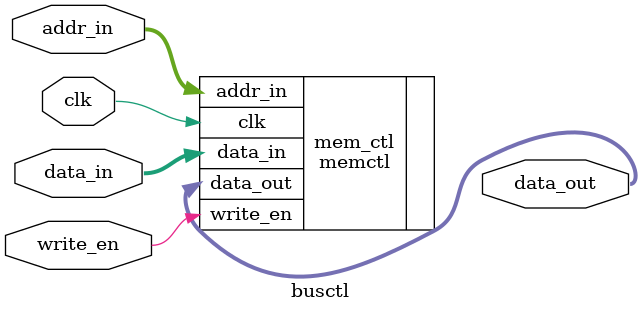
<source format=sv>

module busctl (
    input wire write_en,
    input wire [16:0] addr_in,
    input wire [7:0]  data_in,
    input wire clk,

    output [7:0] data_out
);
    memctl mem_ctl (
        .data_in(data_in),
        .addr_in(addr_in),
        .write_en(write_en),
        .clk(clk),
        .data_out(data_out)
    );
endmodule

</source>
